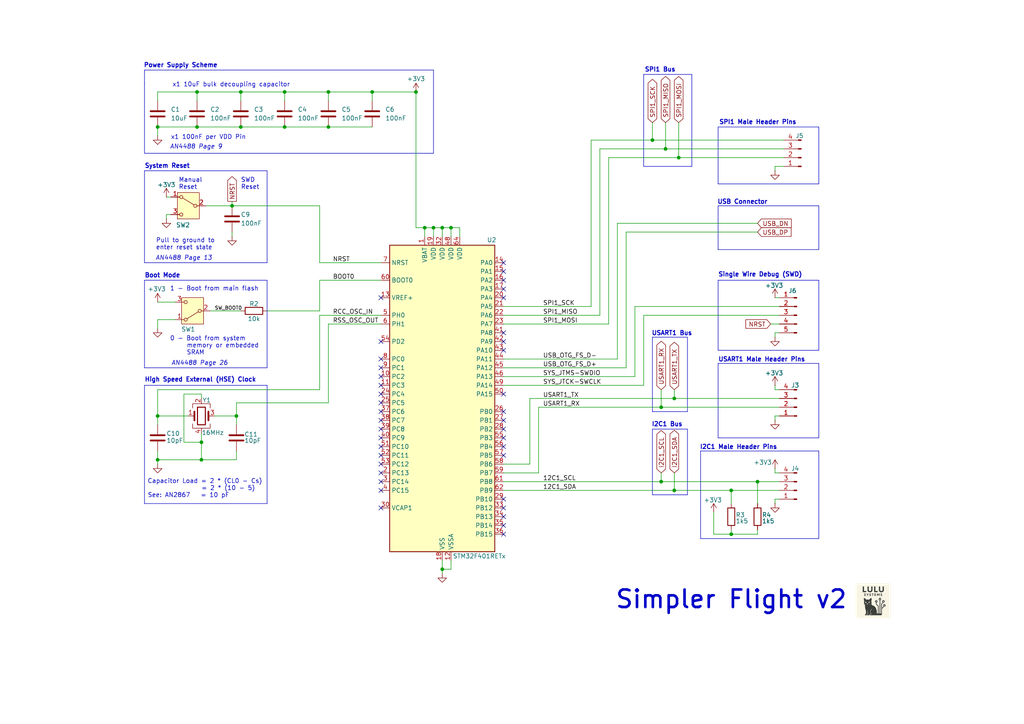
<source format=kicad_sch>
(kicad_sch (version 20250114) (generator "eeschema") (generator_version "9.0")
  (paper "A4")
  (title_block (title "Microcontroller"))
  (lib_symbols
    (symbol "Connector:Conn_01x04_Pin" (pin_names (offset 1.016) (hide yes))
      (property "Reference" "J" (at 0 5.08 0))
      (property "Value" "Conn_01x04_Pin" (at 0 -7.62 0))
      (symbol "Conn_01x04_Pin_1_1"
        (rectangle (start 0.8636 2.667) (end 0 2.413) (stroke (width 0.1524)) (fill (type outline)))
        (rectangle (start 0.8636 0.127) (end 0 -0.127) (stroke (width 0.1524)) (fill (type outline)))
        (rectangle (start 0.8636 -2.413) (end 0 -2.667) (stroke (width 0.1524)) (fill (type outline)))
        (rectangle (start 0.8636 -4.953) (end 0 -5.207) (stroke (width 0.1524)) (fill (type outline)))
        (polyline (pts (xy 1.27 2.54) (xy 0.8636 2.54)) (stroke (width 0.1524)))
        (polyline (pts (xy 1.27 0) (xy 0.8636 0)) (stroke (width 0.1524)))
        (polyline (pts (xy 1.27 -2.54) (xy 0.8636 -2.54)) (stroke (width 0.1524)))
        (polyline (pts (xy 1.27 -5.08) (xy 0.8636 -5.08)) (stroke (width 0.1524)))
        (pin passive line (at 5.08 2.54 180) (length 3.81) (name "Pin_1") (number "1"))
        (pin passive line (at 5.08 0 180) (length 3.81) (name "Pin_2") (number "2"))
        (pin passive line (at 5.08 -2.54 180) (length 3.81) (name "Pin_3") (number "3"))
        (pin passive line (at 5.08 -5.08 180) (length 3.81) (name "Pin_4") (number "4"))
      )
    )
    (symbol "Connector:Conn_01x05_Pin" (pin_names (offset 1.016) (hide yes))
      (property "Reference" "J" (at 0 7.62 0))
      (property "Value" "Conn_01x05_Pin" (at 0 -7.62 0))
      (symbol "Conn_01x05_Pin_1_1"
        (rectangle (start 0.8636 5.207) (end 0 4.953) (stroke (width 0.1524)) (fill (type outline)))
        (rectangle (start 0.8636 2.667) (end 0 2.413) (stroke (width 0.1524)) (fill (type outline)))
        (rectangle (start 0.8636 0.127) (end 0 -0.127) (stroke (width 0.1524)) (fill (type outline)))
        (rectangle (start 0.8636 -2.413) (end 0 -2.667) (stroke (width 0.1524)) (fill (type outline)))
        (rectangle (start 0.8636 -4.953) (end 0 -5.207) (stroke (width 0.1524)) (fill (type outline)))
        (polyline (pts (xy 1.27 5.08) (xy 0.8636 5.08)) (stroke (width 0.1524)))
        (polyline (pts (xy 1.27 2.54) (xy 0.8636 2.54)) (stroke (width 0.1524)))
        (polyline (pts (xy 1.27 0) (xy 0.8636 0)) (stroke (width 0.1524)))
        (polyline (pts (xy 1.27 -2.54) (xy 0.8636 -2.54)) (stroke (width 0.1524)))
        (polyline (pts (xy 1.27 -5.08) (xy 0.8636 -5.08)) (stroke (width 0.1524)))
        (pin passive line (at 5.08 5.08 180) (length 3.81) (name "Pin_1") (number "1"))
        (pin passive line (at 5.08 2.54 180) (length 3.81) (name "Pin_2") (number "2"))
        (pin passive line (at 5.08 0 180) (length 3.81) (name "Pin_3") (number "3"))
        (pin passive line (at 5.08 -2.54 180) (length 3.81) (name "Pin_4") (number "4"))
        (pin passive line (at 5.08 -5.08 180) (length 3.81) (name "Pin_5") (number "5"))
      )
    )
    (symbol "Device:C" (pin_numbers (hide yes)) (pin_names (offset 0.254))
      (property "Reference" "C" (at 0.635 2.54 0))
      (property "Value" "C" (at 0.635 -2.54 0))
      (symbol "C_0_1"
        (polyline (pts (xy -2.032 0.762) (xy 2.032 0.762)) (stroke (width 0.508)))
        (polyline (pts (xy -2.032 -0.762) (xy 2.032 -0.762)) (stroke (width 0.508)))
      )
      (symbol "C_1_1"
        (pin passive line (at 0 3.81 270) (length 2.794) (name "~") (number "1"))
        (pin passive line (at 0 -3.81 90) (length 2.794) (name "~") (number "2"))
      )
    )
    (symbol "Device:Crystal_GND24" (pin_names (offset 1.016) (hide yes))
      (property "Reference" "Y" (at 3.175 5.08 0))
      (property "Value" "Crystal_GND24" (at 3.175 3.175 0))
      (symbol "Crystal_GND24_0_1"
        (polyline (pts (xy -2.54 2.286) (xy -2.54 3.556) (xy 2.54 3.556) (xy 2.54 2.286)))
        (polyline (pts (xy -2.54 0) (xy -2.032 0)))
        (polyline (pts (xy -2.54 -2.286) (xy -2.54 -3.556) (xy 2.54 -3.556) (xy 2.54 -2.286)))
        (polyline (pts (xy -2.032 -1.27) (xy -2.032 1.27)) (stroke (width 0.508)))
        (rectangle (start -1.143 2.54) (end 1.143 -2.54) (stroke (width 0.3048)))
        (polyline (pts (xy 0 3.556) (xy 0 3.81)))
        (polyline (pts (xy 0 -3.81) (xy 0 -3.556)))
        (polyline (pts (xy 2.032 0) (xy 2.54 0)))
        (polyline (pts (xy 2.032 -1.27) (xy 2.032 1.27)) (stroke (width 0.508)))
      )
      (symbol "Crystal_GND24_1_1"
        (pin passive line (at -3.81 0 0) (length 1.27) (name "1") (number "1"))
        (pin passive line (at 0 5.08 270) (length 1.27) (name "2") (number "2"))
        (pin passive line (at 0 -5.08 90) (length 1.27) (name "4") (number "4"))
        (pin passive line (at 3.81 0 180) (length 1.27) (name "3") (number "3"))
      )
    )
    (symbol "Device:R" (pin_numbers (hide yes)) (pin_names (offset 0))
      (property "Reference" "R" (at 2.032 0 90))
      (property "Value" "R" (at 0 0 90))
      (symbol "R_0_1"
        (rectangle (start -1.016 -2.54) (end 1.016 2.54) (stroke (width 0.254)))
      )
      (symbol "R_1_1"
        (pin passive line (at 0 3.81 270) (length 1.27) (name "~") (number "1"))
        (pin passive line (at 0 -3.81 90) (length 1.27) (name "~") (number "2"))
      )
    )
    (symbol "MCU_ST_STM32F4:STM32F401RETx"
      (property "Reference" "U" (at -15.24 46.99 0))
      (property "Value" "STM32F401RETx" (at 7.62 46.99 0))
      (symbol "STM32F401RETx_0_1"
        (rectangle (start -15.24 -43.18) (end 15.24 45.72) (stroke (width 0.254)) (fill (type background)))
      )
      (symbol "STM32F401RETx_1_1"
        (pin input line (at -17.78 40.64 0) (length 2.54) (name "NRST") (number "7"))
        (pin input line (at -17.78 35.56 0) (length 2.54) (name "BOOT0") (number "60"))
        (pin input line (at -17.78 30.48 0) (length 2.54) (name "VREF+") (number "13"))
        (pin bidirectional line (at -17.78 25.4 0) (length 2.54) (name "PH0") (number "5"))
        (pin bidirectional line (at -17.78 22.86 0) (length 2.54) (name "PH1") (number "6"))
        (pin bidirectional line (at -17.78 17.78 0) (length 2.54) (name "PD2") (number "54"))
        (pin bidirectional line (at -17.78 12.7 0) (length 2.54) (name "PC0") (number "8"))
        (pin bidirectional line (at -17.78 10.16 0) (length 2.54) (name "PC1") (number "9"))
        (pin bidirectional line (at -17.78 7.62 0) (length 2.54) (name "PC2") (number "10"))
        (pin bidirectional line (at -17.78 5.08 0) (length 2.54) (name "PC3") (number "11"))
        (pin bidirectional line (at -17.78 2.54 0) (length 2.54) (name "PC4") (number "24"))
        (pin bidirectional line (at -17.78 0 0) (length 2.54) (name "PC5") (number "25"))
        (pin bidirectional line (at -17.78 -2.54 0) (length 2.54) (name "PC6") (number "37"))
        (pin bidirectional line (at -17.78 -5.08 0) (length 2.54) (name "PC7") (number "38"))
        (pin bidirectional line (at -17.78 -7.62 0) (length 2.54) (name "PC8") (number "39"))
        (pin bidirectional line (at -17.78 -10.16 0) (length 2.54) (name "PC9") (number "40"))
        (pin bidirectional line (at -17.78 -12.7 0) (length 2.54) (name "PC10") (number "51"))
        (pin bidirectional line (at -17.78 -15.24 0) (length 2.54) (name "PC11") (number "52"))
        (pin bidirectional line (at -17.78 -17.78 0) (length 2.54) (name "PC12") (number "53"))
        (pin bidirectional line (at -17.78 -20.32 0) (length 2.54) (name "PC13") (number "2"))
        (pin bidirectional line (at -17.78 -22.86 0) (length 2.54) (name "PC14") (number "3"))
        (pin bidirectional line (at -17.78 -25.4 0) (length 2.54) (name "PC15") (number "4"))
        (pin power_out line (at -17.78 -30.48 0) (length 2.54) (name "VCAP1") (number "30"))
        (pin power_in line (at -5.08 48.26 270) (length 2.54) (name "VBAT") (number "1"))
        (pin power_in line (at -2.54 48.26 270) (length 2.54) (name "VDD") (number "19"))
        (pin power_in line (at 0 48.26 270) (length 2.54) (name "VDD") (number "32"))
        (pin power_in line (at 0 -45.72 90) (length 2.54) (name "VSS") (number "18"))
        (pin passive line (at 0 -45.72 90) (length 2.54) (hide yes) (name "VSS") (number "31"))
        (pin passive line (at 0 -45.72 90) (length 2.54) (hide yes) (name "VSS") (number "47"))
        (pin passive line (at 0 -45.72 90) (length 2.54) (hide yes) (name "VSS") (number "63"))
        (pin power_in line (at 2.54 48.26 270) (length 2.54) (name "VDD") (number "48"))
        (pin power_in line (at 2.54 -45.72 90) (length 2.54) (name "VSSA") (number "12"))
        (pin power_in line (at 5.08 48.26 270) (length 2.54) (name "VDD") (number "64"))
        (pin bidirectional line (at 17.78 40.64 180) (length 2.54) (name "PA0") (number "14"))
        (pin bidirectional line (at 17.78 38.1 180) (length 2.54) (name "PA1") (number "15"))
        (pin bidirectional line (at 17.78 35.56 180) (length 2.54) (name "PA2") (number "16"))
        (pin bidirectional line (at 17.78 33.02 180) (length 2.54) (name "PA3") (number "17"))
        (pin bidirectional line (at 17.78 30.48 180) (length 2.54) (name "PA4") (number "20"))
        (pin bidirectional line (at 17.78 27.94 180) (length 2.54) (name "PA5") (number "21"))
        (pin bidirectional line (at 17.78 25.4 180) (length 2.54) (name "PA6") (number "22"))
        (pin bidirectional line (at 17.78 22.86 180) (length 2.54) (name "PA7") (number "23"))
        (pin bidirectional line (at 17.78 20.32 180) (length 2.54) (name "PA8") (number "41"))
        (pin bidirectional line (at 17.78 17.78 180) (length 2.54) (name "PA9") (number "42"))
        (pin bidirectional line (at 17.78 15.24 180) (length 2.54) (name "PA10") (number "43"))
        (pin bidirectional line (at 17.78 12.7 180) (length 2.54) (name "PA11") (number "44"))
        (pin bidirectional line (at 17.78 10.16 180) (length 2.54) (name "PA12") (number "45"))
        (pin bidirectional line (at 17.78 7.62 180) (length 2.54) (name "PA13") (number "46"))
        (pin bidirectional line (at 17.78 5.08 180) (length 2.54) (name "PA14") (number "49"))
        (pin bidirectional line (at 17.78 2.54 180) (length 2.54) (name "PA15") (number "50"))
        (pin bidirectional line (at 17.78 -2.54 180) (length 2.54) (name "PB0") (number "26"))
        (pin bidirectional line (at 17.78 -5.08 180) (length 2.54) (name "PB1") (number "27"))
        (pin bidirectional line (at 17.78 -7.62 180) (length 2.54) (name "PB2") (number "28"))
        (pin bidirectional line (at 17.78 -10.16 180) (length 2.54) (name "PB3") (number "55"))
        (pin bidirectional line (at 17.78 -12.7 180) (length 2.54) (name "PB4") (number "56"))
        (pin bidirectional line (at 17.78 -15.24 180) (length 2.54) (name "PB5") (number "57"))
        (pin bidirectional line (at 17.78 -17.78 180) (length 2.54) (name "PB6") (number "58"))
        (pin bidirectional line (at 17.78 -20.32 180) (length 2.54) (name "PB7") (number "59"))
        (pin bidirectional line (at 17.78 -22.86 180) (length 2.54) (name "PB8") (number "61"))
        (pin bidirectional line (at 17.78 -25.4 180) (length 2.54) (name "PB9") (number "62"))
        (pin bidirectional line (at 17.78 -27.94 180) (length 2.54) (name "PB10") (number "29"))
        (pin bidirectional line (at 17.78 -30.48 180) (length 2.54) (name "PB12") (number "33"))
        (pin bidirectional line (at 17.78 -33.02 180) (length 2.54) (name "PB13") (number "34"))
        (pin bidirectional line (at 17.78 -35.56 180) (length 2.54) (name "PB14") (number "35"))
        (pin bidirectional line (at 17.78 -38.1 180) (length 2.54) (name "PB15") (number "36"))
      )
    )
    (symbol "Switch:SW_SPDT" (pin_names (offset 0) (hide yes))
      (property "Reference" "SW" (at 0 5.08 0))
      (property "Value" "SW_SPDT" (at 0 -5.08 0))
      (symbol "SW_SPDT_0_1"
        (circle (center -2.032 0) (radius 0.4572))
        (polyline (pts (xy -1.651 0.254) (xy 1.651 2.286)))
        (circle (center 2.032 2.54) (radius 0.4572))
        (circle (center 2.032 -2.54) (radius 0.4572))
      )
      (symbol "SW_SPDT_1_1"
        (rectangle (start -3.175 3.81) (end 3.175 -3.81) (fill (type background)))
        (pin passive line (at -5.08 0 0) (length 2.54) (name "B") (number "2"))
        (pin passive line (at 5.08 2.54 180) (length 2.54) (name "A") (number "1"))
        (pin passive line (at 5.08 -2.54 180) (length 2.54) (name "C") (number "3"))
      )
    )
    (symbol "power:+3V3" (power) (pin_numbers (hide yes)) (pin_names (offset 0) (hide yes))
      (property "Value" "+3V3" (at 0 3.556 0))
      (symbol "+3V3_0_1"
        (polyline (pts (xy -0.762 1.27) (xy 0 2.54)))
        (polyline (pts (xy 0 2.54) (xy 0.762 1.27)))
        (polyline (pts (xy 0 0) (xy 0 2.54)))
      )
      (symbol "+3V3_1_1"
        (pin power_in line (at 0 0 90) (length 0) (name "~") (number "1"))
      )
    )
    (symbol "power:GND" (power) (pin_numbers (hide yes)) (pin_names (offset 0) (hide yes))
      (property "Value" "GND" (at 0 -3.81 0))
      (symbol "GND_0_1"
        (polyline (pts (xy 0 0) (xy 0 -1.27) (xy 1.27 -1.27) (xy 0 -2.54) (xy -1.27 -1.27) (xy 0 -1.27)))
      )
      (symbol "GND_1_1"
        (pin power_in line (at 0 0 270) (length 0) (name "~") (number "1"))
      )
    )
  )
  (text "USART1 Bus" (at 188.976 96.774 0) (effects (font (size 1.27 1.27) (thickness 0.254) (bold yes)) (justify left)))
  (text "1 - Boot from main flash" (at 49.276 83.82 0) (effects (font (size 1.27 1.27)) (justify left)))
  (text "SPI1 Bus" (at 186.944 20.32 0) (effects (font (size 1.27 1.27) (thickness 0.254) (bold yes)) (justify left)))
  (text "SWD\nReset" (at 69.85 53.34 0) (effects (font (size 1.27 1.27) (thickness 0.1588)) (justify left)))
  (text "Capacitor Load = 2 * (CL0 - Cs)\n              = 2 * (10 - 5)\n      = 10 pF\n" (at 59.436 141.732 0) (effects (font (size 1.27 1.27))))
  (text "x1 100nF per VDD Pin\n" (at 60.452 39.878 0) (effects (font (size 1.27 1.27))))
  (text "Simpler Flight v2\n" (at 212.09 173.99 0) (effects (font (size 5.08 5.08) (thickness 0.762) (bold yes))))
  (text "AN4488 Page 26" (at 57.912 105.41 0) (effects (font (size 1.27 1.27) (italic yes))))
  (text "Single Wire Debug (SWD)" (at 208.28 79.756 0) (effects (font (size 1.27 1.27) (thickness 0.254) (bold yes)) (justify left)))
  (text "0 - Boot from system \n     memory or embedded \n     SRAM\n" (at 49.276 100.33 0) (effects (font (size 1.27 1.27)) (justify left)))
  (text "x1 10uF bulk decoupling capacitor" (at 67.056 24.638 0) (effects (font (size 1.27 1.27))))
  (text "Power Supply Scheme" (at 41.656 19.05 0) (effects (font (size 1.27 1.27) (thickness 0.254) (bold yes)) (justify left)))
  (text "AN4488 Page 9\n" (at 56.896 42.672 0) (effects (font (size 1.27 1.27) (italic yes))))
  (text "I2C1 Male Header Pins" (at 202.946 129.794 0) (effects (font (size 1.27 1.27) (thickness 0.254) (bold yes)) (justify left)))
  (text "See: AN2867\n\n" (at 49.022 144.78 0) (effects (font (size 1.27 1.27))))
  (text "SPI1 Male Header Pins" (at 208.534 35.56 0) (effects (font (size 1.27 1.27) (thickness 0.254) (bold yes)) (justify left)))
  (text "Manual \nReset" (at 51.816 53.34 0) (effects (font (size 1.27 1.27) (thickness 0.1588)) (justify left)))
  (text "USART1 Male Header Pins" (at 208.28 104.394 0) (effects (font (size 1.27 1.27) (thickness 0.254) (bold yes)) (justify left)))
  (text "System Reset" (at 41.91 48.26 0) (effects (font (size 1.27 1.27) (thickness 0.254) (bold yes)) (justify left)))
  (text "USB Connector\n" (at 208.026 58.674 0) (effects (font (size 1.27 1.27) (thickness 0.254) (bold yes)) (justify left)))
  (text "AN4488 Page 13" (at 53.34 74.93 0) (effects (font (size 1.27 1.27) (italic yes))))
  (text "Boot Mode" (at 41.91 80.01 0) (effects (font (size 1.27 1.27) (thickness 0.254) (bold yes)) (justify left)))
  (text "Pull to ground to \nenter reset state" (at 45.212 70.866 0) (effects (font (size 1.27 1.27)) (justify left)))
  (text "High Speed External (HSE) Clock" (at 41.91 110.236 0) (effects (font (size 1.27 1.27) (thickness 0.254) (bold yes)) (justify left)))
  (text "I2C1 Bus" (at 188.976 123.19 0) (effects (font (size 1.27 1.27) (thickness 0.254) (bold yes)) (justify left)))
  (junction (at 191.77 118.11))
  (junction (at 125.73 66.04))
  (junction (at 69.85 36.83))
  (junction (at 95.25 36.83))
  (junction (at 57.15 26.67))
  (junction (at 130.81 66.04))
  (junction (at 189.23 40.64))
  (junction (at 107.95 26.67))
  (junction (at 45.72 36.83))
  (junction (at 69.85 26.67))
  (junction (at 57.15 36.83))
  (junction (at 212.09 142.24))
  (junction (at 195.58 142.24))
  (junction (at 123.19 66.04))
  (junction (at 68.58 120.65))
  (junction (at 212.09 154.94))
  (junction (at 58.42 133.35))
  (junction (at 128.27 165.1))
  (junction (at 196.85 45.72))
  (junction (at 58.42 128.27))
  (junction (at 67.31 59.69))
  (junction (at 193.04 43.18))
  (junction (at 82.55 26.67))
  (junction (at 195.58 115.57))
  (junction (at 128.27 66.04))
  (junction (at 191.77 139.7))
  (junction (at 120.65 26.67))
  (junction (at 45.72 120.65))
  (junction (at 45.72 133.35))
  (junction (at 95.25 26.67))
  (junction (at 82.55 36.83))
  (junction (at 219.71 139.7))
  (no_connect (at 146.05 121.92))
  (no_connect (at 146.05 127))
  (no_connect (at 146.05 149.86))
  (no_connect (at 146.05 86.36))
  (no_connect (at 146.05 119.38))
  (no_connect (at 146.05 101.6))
  (no_connect (at 146.05 81.28))
  (no_connect (at 146.05 78.74))
  (no_connect (at 146.05 99.06))
  (no_connect (at 146.05 76.2))
  (no_connect (at 110.49 129.54))
  (no_connect (at 146.05 132.08))
  (no_connect (at 146.05 114.3))
  (no_connect (at 110.49 111.76))
  (no_connect (at 110.49 132.08))
  (no_connect (at 146.05 154.94))
  (no_connect (at 110.49 147.32))
  (no_connect (at 110.49 99.06))
  (no_connect (at 110.49 114.3))
  (no_connect (at 110.49 137.16))
  (no_connect (at 110.49 116.84))
  (no_connect (at 110.49 139.7))
  (no_connect (at 146.05 83.82))
  (no_connect (at 110.49 121.92))
  (no_connect (at 146.05 144.78))
  (no_connect (at 146.05 147.32))
  (no_connect (at 110.49 104.14))
  (no_connect (at 146.05 124.46))
  (no_connect (at 110.49 127))
  (no_connect (at 110.49 106.68))
  (no_connect (at 110.49 109.22))
  (no_connect (at 146.05 152.4))
  (no_connect (at 110.49 142.24))
  (no_connect (at 110.49 86.36))
  (no_connect (at 146.05 129.54))
  (no_connect (at 110.49 119.38))
  (no_connect (at 146.05 96.52))
  (no_connect (at 110.49 134.62))
  (no_connect (at 110.49 124.46))
  (wire (pts (xy 193.04 43.18) (xy 227.33 43.18)))
  (wire (pts (xy 191.77 113.03) (xy 191.77 118.11)))
  (wire (pts (xy 130.81 68.58) (xy 130.81 66.04)))
  (wire (pts (xy 58.42 128.27) (xy 58.42 133.35)))
  (wire (pts (xy 82.55 36.83) (xy 95.25 36.83)))
  (wire (pts (xy 45.72 92.71) (xy 50.8 92.71)))
  (wire (pts (xy 227.33 48.26) (xy 224.79 48.26)))
  (wire (pts (xy 68.58 116.84) (xy 68.58 120.65)))
  (wire (pts (xy 95.25 26.67) (xy 107.95 26.67)))
  (wire (pts (xy 92.71 81.28) (xy 110.49 81.28)))
  (polyline (pts (xy 237.49 127) (xy 208.28 127)))
  (wire (pts (xy 67.31 67.31) (xy 67.31 68.58)))
  (wire (pts (xy 45.72 26.67) (xy 57.15 26.67)))
  (wire (pts (xy 219.71 154.94) (xy 219.71 153.67)))
  (polyline (pts (xy 41.91 146.05) (xy 41.91 111.76)))
  (polyline (pts (xy 208.28 127) (xy 208.28 105.41)))
  (polyline (pts (xy 41.91 20.32) (xy 125.73 20.32)))
  (wire (pts (xy 146.05 104.14) (xy 179.07 104.14)))
  (wire (pts (xy 212.09 154.94) (xy 212.09 153.67)))
  (wire (pts (xy 195.58 115.57) (xy 226.06 115.57)))
  (wire (pts (xy 191.77 139.7) (xy 219.71 139.7)))
  (wire (pts (xy 92.71 91.44) (xy 110.49 91.44)))
  (wire (pts (xy 57.15 26.67) (xy 57.15 29.21)))
  (polyline (pts (xy 186.69 48.26) (xy 186.69 21.59)))
  (wire (pts (xy 45.72 113.03) (xy 92.71 113.03)))
  (wire (pts (xy 82.55 26.67) (xy 95.25 26.67)))
  (wire (pts (xy 146.05 93.98) (xy 176.53 93.98)))
  (polyline (pts (xy 77.47 146.05) (xy 41.91 146.05)))
  (wire (pts (xy 224.79 120.65) (xy 224.79 121.92)))
  (wire (pts (xy 120.65 26.67) (xy 120.65 66.04)))
  (wire (pts (xy 207.01 148.59) (xy 207.01 154.94)))
  (polyline (pts (xy 77.47 76.2) (xy 41.91 76.2)))
  (wire (pts (xy 69.85 26.67) (xy 82.55 26.67)))
  (polyline (pts (xy 199.39 97.79) (xy 199.39 119.38)))
  (polyline (pts (xy 189.23 119.38) (xy 189.23 97.79)))
  (wire (pts (xy 58.42 115.57) (xy 58.42 114.3)))
  (wire (pts (xy 191.77 118.11) (xy 226.06 118.11)))
  (wire (pts (xy 77.47 90.17) (xy 92.71 90.17)))
  (polyline (pts (xy 77.47 106.68) (xy 41.91 106.68)))
  (polyline (pts (xy 77.47 81.28) (xy 77.47 106.68)))
  (wire (pts (xy 146.05 109.22) (xy 184.15 109.22)))
  (wire (pts (xy 196.85 35.56) (xy 196.85 45.72)))
  (wire (pts (xy 58.42 133.35) (xy 68.58 133.35)))
  (wire (pts (xy 128.27 165.1) (xy 128.27 166.37)))
  (polyline (pts (xy 237.49 156.21) (xy 203.2 156.21)))
  (wire (pts (xy 193.04 35.56) (xy 193.04 43.18)))
  (wire (pts (xy 57.15 26.67) (xy 69.85 26.67)))
  (wire (pts (xy 146.05 139.7) (xy 191.77 139.7)))
  (polyline (pts (xy 237.49 101.6) (xy 208.28 101.6)))
  (wire (pts (xy 95.25 93.98) (xy 110.49 93.98)))
  (wire (pts (xy 146.05 91.44) (xy 173.99 91.44)))
  (polyline (pts (xy 208.28 81.28) (xy 237.49 81.28)))
  (polyline (pts (xy 237.49 36.83) (xy 237.49 53.34)))
  (wire (pts (xy 212.09 142.24) (xy 212.09 146.05)))
  (wire (pts (xy 60.96 90.17) (xy 69.85 90.17)))
  (polyline (pts (xy 41.91 111.76) (xy 77.47 111.76)))
  (wire (pts (xy 184.15 88.9) (xy 226.06 88.9)))
  (polyline (pts (xy 210.82 59.69) (xy 237.49 59.69)))
  (polyline (pts (xy 41.91 24.13) (xy 41.91 20.32)))
  (wire (pts (xy 226.06 113.03) (xy 224.79 113.03)))
  (wire (pts (xy 95.25 26.67) (xy 95.25 29.21)))
  (wire (pts (xy 146.05 137.16) (xy 156.21 137.16)))
  (polyline (pts (xy 237.49 53.34) (xy 208.28 53.34)))
  (wire (pts (xy 58.42 114.3) (xy 53.34 114.3)))
  (wire (pts (xy 195.58 142.24) (xy 212.09 142.24)))
  (wire (pts (xy 123.19 66.04) (xy 123.19 68.58)))
  (wire (pts (xy 156.21 137.16) (xy 156.21 118.11)))
  (wire (pts (xy 223.52 93.98) (xy 226.06 93.98)))
  (wire (pts (xy 95.25 36.83) (xy 107.95 36.83)))
  (wire (pts (xy 45.72 113.03) (xy 45.72 120.65)))
  (polyline (pts (xy 200.66 21.59) (xy 200.66 48.26)))
  (wire (pts (xy 196.85 45.72) (xy 227.33 45.72)))
  (polyline (pts (xy 203.2 156.21) (xy 203.2 130.81)))
  (polyline (pts (xy 208.28 101.6) (xy 208.28 81.28)))
  (wire (pts (xy 53.34 114.3) (xy 53.34 128.27)))
  (wire (pts (xy 224.79 113.03) (xy 224.79 111.76)))
  (wire (pts (xy 45.72 87.63) (xy 50.8 87.63)))
  (wire (pts (xy 69.85 26.67) (xy 69.85 29.21)))
  (polyline (pts (xy 46.99 49.53) (xy 77.47 49.53)))
  (polyline (pts (xy 77.47 111.76) (xy 77.47 146.05)))
  (wire (pts (xy 58.42 128.27) (xy 58.42 125.73)))
  (wire (pts (xy 224.79 48.26) (xy 224.79 49.53)))
  (wire (pts (xy 68.58 116.84) (xy 95.25 116.84)))
  (polyline (pts (xy 208.28 105.41) (xy 237.49 105.41)))
  (wire (pts (xy 186.69 91.44) (xy 226.06 91.44)))
  (wire (pts (xy 224.79 86.36) (xy 226.06 86.36)))
  (wire (pts (xy 107.95 26.67) (xy 107.95 29.21)))
  (wire (pts (xy 179.07 64.77) (xy 219.71 64.77)))
  (wire (pts (xy 212.09 142.24) (xy 226.06 142.24)))
  (wire (pts (xy 48.26 62.23) (xy 49.53 62.23)))
  (wire (pts (xy 48.26 57.15) (xy 49.53 57.15)))
  (wire (pts (xy 125.73 66.04) (xy 128.27 66.04)))
  (wire (pts (xy 173.99 43.18) (xy 193.04 43.18)))
  (wire (pts (xy 45.72 95.25) (xy 45.72 92.71)))
  (polyline (pts (xy 125.73 20.32) (xy 125.73 44.45)))
  (wire (pts (xy 219.71 139.7) (xy 219.71 146.05)))
  (wire (pts (xy 156.21 118.11) (xy 191.77 118.11)))
  (polyline (pts (xy 41.91 106.68) (xy 41.91 81.28)))
  (polyline (pts (xy 189.23 143.51) (xy 189.23 124.46)))
  (wire (pts (xy 224.79 137.16) (xy 224.79 135.89)))
  (wire (pts (xy 189.23 40.64) (xy 227.33 40.64)))
  (wire (pts (xy 171.45 40.64) (xy 189.23 40.64)))
  (wire (pts (xy 92.71 76.2) (xy 110.49 76.2)))
  (polyline (pts (xy 237.49 105.41) (xy 237.49 127)))
  (wire (pts (xy 181.61 106.68) (xy 181.61 67.31)))
  (wire (pts (xy 224.79 144.78) (xy 224.79 146.05)))
  (wire (pts (xy 68.58 120.65) (xy 68.58 123.19)))
  (wire (pts (xy 224.79 97.79) (xy 224.79 96.52)))
  (wire (pts (xy 195.58 137.16) (xy 195.58 142.24)))
  (wire (pts (xy 219.71 139.7) (xy 226.06 139.7)))
  (wire (pts (xy 224.79 96.52) (xy 226.06 96.52)))
  (wire (pts (xy 123.19 66.04) (xy 125.73 66.04)))
  (polyline (pts (xy 208.28 36.83) (xy 237.49 36.83)))
  (wire (pts (xy 107.95 26.67) (xy 120.65 26.67)))
  (polyline (pts (xy 199.39 124.46) (xy 199.39 143.51)))
  (wire (pts (xy 69.85 36.83) (xy 82.55 36.83)))
  (polyline (pts (xy 186.69 21.59) (xy 200.66 21.59)))
  (wire (pts (xy 186.69 111.76) (xy 186.69 91.44)))
  (wire (pts (xy 128.27 165.1) (xy 130.81 165.1)))
  (wire (pts (xy 189.23 35.56) (xy 189.23 40.64)))
  (wire (pts (xy 146.05 134.62) (xy 153.67 134.62)))
  (wire (pts (xy 153.67 115.57) (xy 195.58 115.57)))
  (wire (pts (xy 45.72 130.81) (xy 45.72 133.35)))
  (polyline (pts (xy 208.28 59.69) (xy 210.82 59.69)))
  (polyline (pts (xy 189.23 124.46) (xy 199.39 124.46)))
  (wire (pts (xy 59.69 59.69) (xy 67.31 59.69)))
  (wire (pts (xy 153.67 134.62) (xy 153.67 115.57)))
  (polyline (pts (xy 237.49 130.81) (xy 237.49 156.21)))
  (wire (pts (xy 92.71 59.69) (xy 92.71 76.2)))
  (wire (pts (xy 146.05 106.68) (xy 181.61 106.68)))
  (wire (pts (xy 62.23 120.65) (xy 68.58 120.65)))
  (wire (pts (xy 67.31 58.42) (xy 67.31 59.69)))
  (polyline (pts (xy 41.91 76.2) (xy 41.91 49.53)))
  (wire (pts (xy 179.07 104.14) (xy 179.07 64.77)))
  (wire (pts (xy 176.53 45.72) (xy 176.53 93.98)))
  (wire (pts (xy 146.05 88.9) (xy 171.45 88.9)))
  (polyline (pts (xy 237.49 72.39) (xy 208.28 72.39)))
  (polyline (pts (xy 199.39 143.51) (xy 189.23 143.51)))
  (wire (pts (xy 95.25 116.84) (xy 95.25 93.98)))
  (wire (pts (xy 45.72 120.65) (xy 54.61 120.65)))
  (polyline (pts (xy 208.28 53.34) (xy 208.28 36.83)))
  (wire (pts (xy 128.27 162.56) (xy 128.27 165.1)))
  (wire (pts (xy 48.26 63.5) (xy 48.26 62.23)))
  (wire (pts (xy 226.06 120.65) (xy 224.79 120.65)))
  (polyline (pts (xy 200.66 48.26) (xy 186.69 48.26)))
  (wire (pts (xy 130.81 66.04) (xy 128.27 66.04)))
  (wire (pts (xy 82.55 26.67) (xy 82.55 29.21)))
  (wire (pts (xy 45.72 133.35) (xy 45.72 134.62)))
  (wire (pts (xy 53.34 128.27) (xy 58.42 128.27)))
  (wire (pts (xy 92.71 59.69) (xy 67.31 59.69)))
  (wire (pts (xy 226.06 144.78) (xy 224.79 144.78)))
  (wire (pts (xy 45.72 36.83) (xy 57.15 36.83)))
  (polyline (pts (xy 189.23 97.79) (xy 199.39 97.79)))
  (wire (pts (xy 176.53 45.72) (xy 196.85 45.72)))
  (polyline (pts (xy 208.28 72.39) (xy 208.28 59.69)))
  (wire (pts (xy 184.15 109.22) (xy 184.15 88.9)))
  (wire (pts (xy 125.73 68.58) (xy 125.73 66.04)))
  (wire (pts (xy 146.05 142.24) (xy 195.58 142.24)))
  (polyline (pts (xy 203.2 130.81) (xy 208.28 130.81)))
  (polyline (pts (xy 41.91 49.53) (xy 46.99 49.53)))
  (polyline (pts (xy 125.73 44.45) (xy 41.91 44.45)))
  (polyline (pts (xy 237.49 81.28) (xy 237.49 101.6)))
  (wire (pts (xy 133.35 66.04) (xy 130.81 66.04)))
  (polyline (pts (xy 237.49 59.69) (xy 237.49 72.39)))
  (wire (pts (xy 173.99 43.18) (xy 173.99 91.44)))
  (wire (pts (xy 120.65 66.04) (xy 123.19 66.04)))
  (wire (pts (xy 181.61 67.31) (xy 219.71 67.31)))
  (wire (pts (xy 45.72 29.21) (xy 45.72 26.67)))
  (polyline (pts (xy 199.39 119.38) (xy 189.23 119.38)))
  (wire (pts (xy 45.72 133.35) (xy 58.42 133.35)))
  (wire (pts (xy 212.09 154.94) (xy 219.71 154.94)))
  (wire (pts (xy 57.15 36.83) (xy 69.85 36.83)))
  (polyline (pts (xy 41.91 81.28) (xy 77.47 81.28)))
  (wire (pts (xy 191.77 137.16) (xy 191.77 139.7)))
  (wire (pts (xy 92.71 90.17) (xy 92.71 81.28)))
  (polyline (pts (xy 41.91 44.45) (xy 41.91 24.13)))
  (wire (pts (xy 171.45 40.64) (xy 171.45 88.9)))
  (wire (pts (xy 68.58 130.81) (xy 68.58 133.35)))
  (wire (pts (xy 146.05 111.76) (xy 186.69 111.76)))
  (wire (pts (xy 130.81 162.56) (xy 130.81 165.1)))
  (wire (pts (xy 207.01 154.94) (xy 212.09 154.94)))
  (polyline (pts (xy 77.47 49.53) (xy 77.47 76.2)))
  (wire (pts (xy 45.72 120.65) (xy 45.72 123.19)))
  (wire (pts (xy 195.58 113.03) (xy 195.58 115.57)))
  (wire (pts (xy 92.71 113.03) (xy 92.71 91.44)))
  (polyline (pts (xy 208.28 130.81) (xy 237.49 130.81)))
  (wire (pts (xy 226.06 137.16) (xy 224.79 137.16)))
  (wire (pts (xy 45.72 36.83) (xy 45.72 39.37)))
  (wire (pts (xy 128.27 68.58) (xy 128.27 66.04)))
  (wire (pts (xy 133.35 68.58) (xy 133.35 66.04)))
  (image (at 253.238 174.244) (scale 0.117186))
  (label "SYS_JTMS-SWDIO" (at 157.48 109.22 0))
  (label "USB_OTG_FS_D+" (at 157.48 106.68 0))
  (label "BOOT0" (at 96.52 81.28 0))
  (label "USART1_RX" (at 157.48 118.11 0))
  (label "12C1_SDA" (at 157.48 142.24 0))
  (label "USART1_TX" (at 157.48 115.57 0))
  (label "SYS_JTCK-SWCLK" (at 157.48 111.76 0))
  (label "RCC_OSC_IN" (at 96.52 91.44 0))
  (label "NRST" (at 96.52 76.2 0))
  (label "12C1_SCL" (at 157.48 139.7 0))
  (label "SPI1_MOSI" (at 157.48 93.98 0))
  (label "SPI1_MISO" (at 157.48 91.44 0))
  (label "USB_OTG_FS_D-" (at 157.48 104.14 0))
  (label "SPI1_SCK" (at 157.48 88.9 0))
  (label "RSS_OSC_OUT" (at 96.52 93.98 0))
  (label "SW_BOOT0" (at 62.23 90.17 0) (effects (font (size 1.016 1.016))))
  (global_label "USART1_RX" (shape bidirectional) (at 191.77 113.03 90) (property "Intersheetrefs" "${INTERSHEET_REFS}" (at 191.77 98.4107 90) (effects (justify left))))
  (global_label "USART1_TX" (shape bidirectional) (at 195.58 113.03 90) (property "Intersheetrefs" "${INTERSHEET_REFS}" (at 195.58 98.7131 90) (effects (justify left))))
  (global_label "SPI1_SCK" (shape bidirectional) (at 189.23 35.56 90) (property "Intersheetrefs" "${INTERSHEET_REFS}" (at 189.23 22.4526 90) (effects (justify left))))
  (global_label "NRST" (shape input) (at 223.52 93.98 180) (property "Intersheetrefs" "${INTERSHEET_REFS}" (at 215.7572 93.98 0) (effects (justify right))))
  (global_label "NRST" (shape output) (at 67.31 58.42 90) (property "Intersheetrefs" "${INTERSHEET_REFS}" (at 67.31 50.6572 90) (effects (justify left))))
  (global_label "I2C1_SCL" (shape bidirectional) (at 191.77 137.16 90) (property "Intersheetrefs" "${INTERSHEET_REFS}" (at 191.77 124.2945 90) (effects (justify left))))
  (global_label "USB_DP" (shape input) (at 219.71 67.31 0) (property "Intersheetrefs" "${INTERSHEET_REFS}" (at 230.0128 67.31 0) (effects (justify left))))
  (global_label "I2C1_SDA" (shape bidirectional) (at 195.58 137.16 90) (property "Intersheetrefs" "${INTERSHEET_REFS}" (at 195.58 124.234 90) (effects (justify left))))
  (global_label "SPI1_MOSI" (shape bidirectional) (at 196.85 35.56 90) (property "Intersheetrefs" "${INTERSHEET_REFS}" (at 196.85 21.6059 90) (effects (justify left))))
  (global_label "SPI1_MISO" (shape bidirectional) (at 193.04 35.56 90) (property "Intersheetrefs" "${INTERSHEET_REFS}" (at 193.04 21.6059 90) (effects (justify left))))
  (global_label "USB_DN" (shape input) (at 219.71 64.77 0) (property "Intersheetrefs" "${INTERSHEET_REFS}" (at 230.0733 64.77 0) (effects (justify left))))
  (symbol (lib_id "Device:R") (at 212.09 149.86 0) (unit 1)
    (property "Reference" "R3" (at 213.36 149.352 0) (effects (justify left)))
    (property "Value" "1k5" (at 213.36 151.13 0) (effects (justify left)))
    (property "Footprint" "Capacitor_SMD:C_0805_2012Metric" (effects (hide yes)))
    (property "Description" "Resistor" (effects (hide yes)))
  )
  (symbol (lib_id "Device:C") (at 68.58 127 0) (unit 1)
    (property "Reference" "C11" (at 70.866 125.984 0) (effects (justify left)))
    (property "Value" "10pF" (at 70.866 127.762 0) (effects (justify left)))
    (property "Footprint" "Capacitor_SMD:C_0805_2012Metric" (effects (hide yes)))
    (property "Description" "Unpolarized capacitor" (effects (hide yes)))
  )
  (symbol (lib_id "Device:C") (at 67.31 63.5 0) (unit 1)
    (property "Reference" "C9" (at 69.85 62.23 0) (effects (justify left)))
    (property "Value" "100nF" (at 69.85 64.77 0) (effects (justify left)))
    (property "Footprint" "Capacitor_SMD:C_0805_2012Metric" (effects (hide yes)))
    (property "Description" "Unpolarized capacitor" (effects (hide yes)))
  )
  (symbol (lib_id "Device:R") (at 73.66 90.17 90) (unit 1)
    (property "Reference" "R2" (at 73.66 88.138 90))
    (property "Value" "10k" (at 73.66 92.456 90))
    (property "Footprint" "Capacitor_SMD:C_0805_2012Metric" (effects (hide yes)))
    (property "Description" "Resistor" (effects (hide yes)))
  )
  (symbol (lib_id "power:GND") (at 48.26 63.5 0) (unit 1)
    (property "Reference" "#PWR030" (effects (hide yes)))
    (property "Value" "GND" (effects (hide yes)))
    (property "Description" "Power symbol creates a global label with name \"GND\" , ground" (effects (hide yes)))
  )
  (symbol (lib_id "power:GND") (at 224.79 97.79 0) (unit 1)
    (property "Reference" "#PWR013" (effects (hide yes)))
    (property "Value" "GND" (effects (hide yes)))
    (property "Description" "Power symbol creates a global label with name \"GND\" , ground" (effects (hide yes)))
  )
  (symbol (lib_id "power:+3V3") (at 45.72 87.63 0) (unit 1)
    (property "Reference" "#PWR06" (effects (hide yes)))
    (property "Value" "+3V3" (at 45.466 83.82 0))
    (property "Description" "Power symbol creates a global label with name \"+3V3\"" (effects (hide yes)))
  )
  (symbol (lib_id "power:GND") (at 128.27 166.37 0) (unit 1)
    (property "Reference" "#PWR017" (effects (hide yes)))
    (property "Value" "GND" (effects (hide yes)))
    (property "Description" "Power symbol creates a global label with name \"GND\" , ground" (effects (hide yes)))
  )
  (symbol (lib_id "power:GND") (at 224.79 49.53 0) (unit 1)
    (property "Reference" "#PWR021" (effects (hide yes)))
    (property "Value" "GND" (effects (hide yes)))
    (property "Description" "Power symbol creates a global label with name \"GND\" , ground" (effects (hide yes)))
  )
  (symbol (lib_id "Device:Crystal_GND24") (at 58.42 120.65 0) (unit 1)
    (property "Reference" "Y1" (at 59.944 116.078 0))
    (property "Value" "16MHz" (at 61.722 125.476 0))
    (property "Footprint" "Crystal:Crystal_SMD_3225-4Pin_3.2x2.5mm" (effects (hide yes)))
    (property "Description" "Four pin crystal, GND on pins 2 and 4" (effects (hide yes)))
  )
  (symbol (lib_id "power:GND") (at 45.72 134.62 0) (unit 1)
    (property "Reference" "#PWR010" (effects (hide yes)))
    (property "Value" "GND" (effects (hide yes)))
    (property "Description" "Power symbol creates a global label with name \"GND\" , ground" (effects (hide yes)))
  )
  (symbol (lib_id "Switch:SW_SPDT") (at 54.61 59.69 0) (mirror y) (unit 1)
    (property "Reference" "SW2" (at 53.086 65.278 0))
    (property "Value" "System Reset" (effects (hide yes)))
    (property "Footprint" "Button_Switch_SMD:SW_SPDT_PCM12" (effects (hide yes)))
    (property "Description" "Switch, single pole double throw" (effects (hide yes)))
  )
  (symbol (lib_id "power:GND") (at 224.79 146.05 0) (unit 1)
    (property "Reference" "#PWR019" (effects (hide yes)))
    (property "Value" "GND" (effects (hide yes)))
    (property "Description" "Power symbol creates a global label with name \"GND\" , ground" (effects (hide yes)))
  )
  (symbol (lib_id "Connector:Conn_01x05_Pin") (at 231.14 91.44 0) (mirror y) (unit 1)
    (property "Reference" "J6" (at 229.87 84.328 0))
    (property "Value" "SWD Header" (effects (hide yes)))
    (property "Footprint" "Connector_PinHeader_2.54mm:PinHeader_1x05_P2.54mm_Vertical" (effects (hide yes)))
    (property "Description" "Generic connector, single row, 01x05, script generated" (effects (hide yes)))
  )
  (symbol (lib_id "Connector:Conn_01x04_Pin") (at 231.14 142.24 180) (unit 1)
    (property "Reference" "J4" (at 230.632 135.89 0))
    (property "Value" "I2C1 Header" (effects (hide yes)))
    (property "Footprint" "Connector_PinHeader_2.54mm:PinHeader_1x04_P2.54mm_Vertical" (effects (hide yes)))
    (property "Description" "Generic connector, single row, 01x04, script generated" (effects (hide yes)))
  )
  (symbol (lib_id "power:+3V3") (at 224.79 86.36 0) (unit 1)
    (property "Reference" "#PWR012" (effects (hide yes)))
    (property "Value" "+3V3" (at 224.536 82.804 0))
    (property "Description" "Power symbol creates a global label with name \"+3V3\"" (effects (hide yes)))
  )
  (symbol (lib_id "Switch:SW_SPDT") (at 55.88 90.17 180) (unit 1)
    (property "Reference" "SW1" (at 54.61 95.504 0))
    (property "Value" "Boot Switch" (effects (hide yes)))
    (property "Footprint" "Button_Switch_SMD:SW_SPDT_PCM12" (effects (hide yes)))
    (property "Description" "Switch, single pole double throw" (effects (hide yes)))
  )
  (symbol (lib_id "Connector:Conn_01x04_Pin") (at 231.14 118.11 180) (unit 1)
    (property "Reference" "J3" (at 230.632 111.76 0))
    (property "Value" "USART1 Header" (effects (hide yes)))
    (property "Footprint" "Connector_PinHeader_2.54mm:PinHeader_1x04_P2.54mm_Vertical" (effects (hide yes)))
    (property "Description" "Generic connector, single row, 01x04, script generated" (effects (hide yes)))
  )
  (symbol (lib_id "power:GND") (at 224.79 121.92 0) (unit 1)
    (property "Reference" "#PWR015" (effects (hide yes)))
    (property "Value" "GND" (effects (hide yes)))
    (property "Description" "Power symbol creates a global label with name \"GND\" , ground" (effects (hide yes)))
  )
  (symbol (lib_id "power:+3V3") (at 207.01 148.59 0) (unit 1)
    (property "Reference" "#PWR016" (effects (hide yes)))
    (property "Value" "+3V3" (at 206.756 145.034 0))
    (property "Description" "Power symbol creates a global label with name \"+3V3\"" (effects (hide yes)))
  )
  (symbol (lib_id "Device:C") (at 107.95 33.02 0) (unit 1)
    (property "Reference" "C6" (at 111.76 31.7499 0) (effects (justify left)))
    (property "Value" "100nF" (at 111.76 34.2899 0) (effects (justify left)))
    (property "Footprint" "Capacitor_SMD:C_0805_2012Metric" (effects (hide yes)))
    (property "Description" "Unpolarized capacitor" (effects (hide yes)))
  )
  (symbol (lib_id "Device:C") (at 45.72 127 0) (unit 1)
    (property "Reference" "C10" (at 48.26 125.73 0) (effects (justify left)))
    (property "Value" "10pF" (at 48.26 127.762 0) (effects (justify left)))
    (property "Footprint" "Capacitor_SMD:C_0805_2012Metric" (effects (hide yes)))
    (property "Description" "Unpolarized capacitor" (effects (hide yes)))
  )
  (symbol (lib_id "power:+3V3") (at 224.79 111.76 0) (unit 1)
    (property "Reference" "#PWR014" (effects (hide yes)))
    (property "Value" "+3V3" (at 224.536 108.204 0))
    (property "Description" "Power symbol creates a global label with name \"+3V3\"" (effects (hide yes)))
  )
  (symbol (lib_id "power:+3V3") (at 120.65 26.67 0) (unit 1)
    (property "Reference" "#PWR01" (effects (hide yes)))
    (property "Value" "+3V3" (at 120.65 22.86 0))
    (property "Description" "Power symbol creates a global label with name \"+3V3\"" (effects (hide yes)))
  )
  (symbol (lib_id "power:+3V3") (at 48.26 57.15 0) (unit 1)
    (property "Reference" "#PWR029" (effects (hide yes)))
    (property "Value" "+3V3" (at 48.26 53.594 0))
    (property "Description" "Power symbol creates a global label with name \"+3V3\"" (effects (hide yes)))
  )
  (symbol (lib_id "power:GND") (at 45.72 95.25 0) (unit 1)
    (property "Reference" "#PWR08" (effects (hide yes)))
    (property "Value" "GND" (effects (hide yes)))
    (property "Description" "Power symbol creates a global label with name \"GND\" , ground" (effects (hide yes)))
  )
  (symbol (lib_id "power:GND") (at 67.31 68.58 0) (unit 1)
    (property "Reference" "#PWR07" (effects (hide yes)))
    (property "Value" "GND" (effects (hide yes)))
    (property "Description" "Power symbol creates a global label with name \"GND\" , ground" (effects (hide yes)))
  )
  (symbol (lib_id "Connector:Conn_01x04_Pin") (at 232.41 45.72 180) (unit 1)
    (property "Reference" "J5" (at 231.902 39.37 0))
    (property "Value" "SPI Header" (effects (hide yes)))
    (property "Footprint" "Connector_PinHeader_2.54mm:PinHeader_1x04_P2.54mm_Vertical" (effects (hide yes)))
    (property "Description" "Generic connector, single row, 01x04, script generated" (effects (hide yes)))
  )
  (symbol (lib_id "Device:C") (at 69.85 33.02 0) (unit 1)
    (property "Reference" "C3" (at 73.66 31.7499 0) (effects (justify left)))
    (property "Value" "100nF" (at 73.66 34.2899 0) (effects (justify left)))
    (property "Footprint" "Capacitor_SMD:C_0805_2012Metric" (effects (hide yes)))
    (property "Description" "Unpolarized capacitor" (effects (hide yes)))
  )
  (symbol (lib_id "Device:C") (at 82.55 33.02 0) (unit 1)
    (property "Reference" "C4" (at 86.36 31.7499 0) (effects (justify left)))
    (property "Value" "100nF" (at 86.36 34.2899 0) (effects (justify left)))
    (property "Footprint" "Capacitor_SMD:C_0805_2012Metric" (effects (hide yes)))
    (property "Description" "Unpolarized capacitor" (effects (hide yes)))
  )
  (symbol (lib_id "Device:C") (at 45.72 33.02 0) (unit 1)
    (property "Reference" "C1" (at 49.53 31.7499 0) (effects (justify left)))
    (property "Value" "10uF" (at 49.53 34.2899 0) (effects (justify left)))
    (property "Footprint" "Capacitor_SMD:C_0805_2012Metric" (effects (hide yes)))
    (property "Description" "Unpolarized capacitor" (effects (hide yes)))
  )
  (symbol (lib_id "MCU_ST_STM32F4:STM32F401RETx") (at 128.27 116.84 0) (unit 1)
    (property "Reference" "U2" (at 141.224 69.596 0) (effects (justify left)))
    (property "Value" "STM32F401RETx" (at 131.318 161.29 0) (effects (justify left)))
    (property "Footprint" "Package_QFP:LQFP-64_10x10mm_P0.5mm" (effects (hide yes)))
    (property "Datasheet" "https://www.st.com/resource/en/datasheet/stm32f401re.pdf" (effects (hide yes)))
    (property "Description" "STMicroelectronics Arm Cortex-M4 MCU, 512KB flash, 96KB RAM, 84 MHz, 1.7-3.6V, 50 GPIO, LQFP64" (effects (hide yes)))
  )
  (symbol (lib_id "Device:C") (at 57.15 33.02 0) (unit 1)
    (property "Reference" "C2" (at 60.96 31.7499 0) (effects (justify left)))
    (property "Value" "100nF" (at 60.96 34.2899 0) (effects (justify left)))
    (property "Footprint" "Capacitor_SMD:C_0805_2012Metric" (effects (hide yes)))
    (property "Description" "Unpolarized capacitor" (effects (hide yes)))
  )
  (symbol (lib_id "power:+3V3") (at 224.79 135.89 0) (unit 1)
    (property "Reference" "#PWR018" (effects (hide yes)))
    (property "Value" "+3V3" (at 221.234 134.112 0))
    (property "Description" "Power symbol creates a global label with name \"+3V3\"" (effects (hide yes)))
  )
  (symbol (lib_id "power:GND") (at 45.72 39.37 0) (unit 1)
    (property "Reference" "#PWR04" (effects (hide yes)))
    (property "Value" "GND" (effects (hide yes)))
    (property "Description" "Power symbol creates a global label with name \"GND\" , ground" (effects (hide yes)))
  )
  (symbol (lib_id "Device:R") (at 219.71 149.86 0) (unit 1)
    (property "Reference" "R4" (at 220.98 149.352 0) (effects (justify left)))
    (property "Value" "1k5" (at 220.98 151.13 0) (effects (justify left)))
    (property "Footprint" "Capacitor_SMD:C_0805_2012Metric" (effects (hide yes)))
    (property "Description" "Resistor" (effects (hide yes)))
  )
  (symbol (lib_id "Device:C") (at 95.25 33.02 0) (unit 1)
    (property "Reference" "C5" (at 99.06 31.7499 0) (effects (justify left)))
    (property "Value" "100nF" (at 99.06 34.2899 0) (effects (justify left)))
    (property "Footprint" "Capacitor_SMD:C_0805_2012Metric" (effects (hide yes)))
    (property "Description" "Unpolarized capacitor" (effects (hide yes)))
  )
)
</source>
